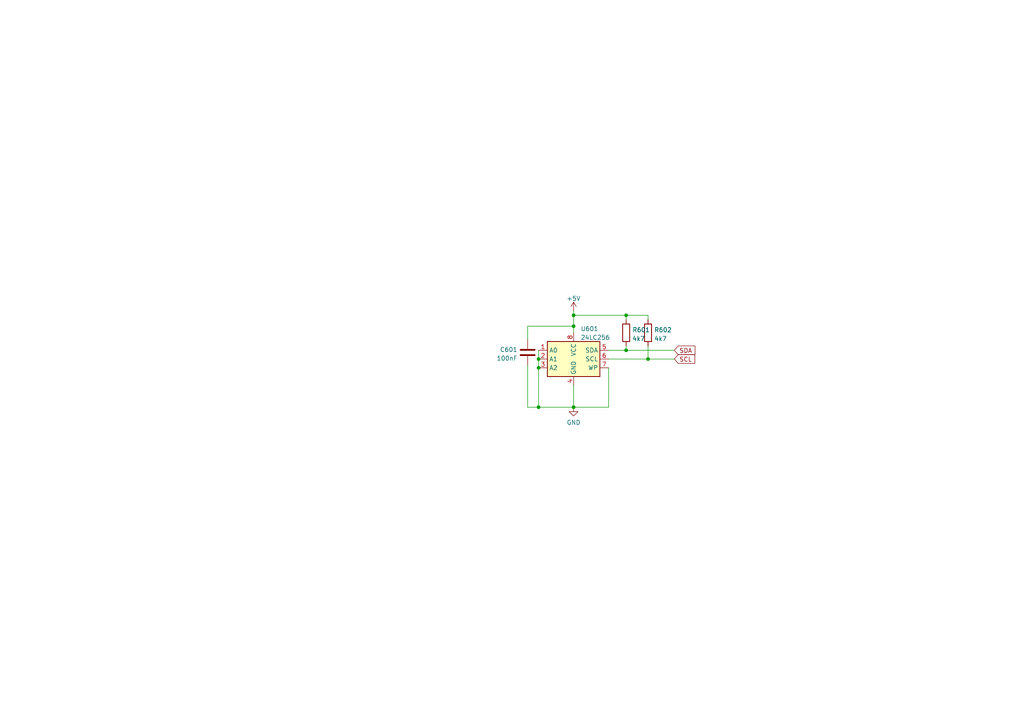
<source format=kicad_sch>
(kicad_sch (version 20211123) (generator eeschema)
  (paper "A4")
  (lib_symbols
    (symbol "Device:C" (pin_numbers hide) (pin_names (offset 0.254))
      (property "Reference" "C" (at 0.635 2.54 0))
      (property "Value" "C" (at 0.635 -2.54 0))
      (symbol "C_0_1"
        (polyline (pts (xy -2.032 -0.762) (xy 2.032 -0.762)) (stroke (width 0.508)))
        (polyline (pts (xy -2.032 0.762) (xy 2.032 0.762)) (stroke (width 0.508)))
      )
      (symbol "C_1_1"
        (pin passive line (at 0 3.81 270) (length 2.794) (name "~") (number "1"))
        (pin passive line (at 0 -3.81 90) (length 2.794) (name "~") (number "2"))
      )
    )
    (symbol "Device:R" (pin_numbers hide) (pin_names (offset 0))
      (property "Reference" "R" (at 2.032 0 90))
      (property "Value" "R" (at 0 0 90))
      (symbol "R_0_1"
        (rectangle (start -1.016 -2.54) (end 1.016 2.54) (stroke (width 0.254)))
      )
      (symbol "R_1_1"
        (pin passive line (at 0 3.81 270) (length 1.27) (name "~") (number "1"))
        (pin passive line (at 0 -3.81 90) (length 1.27) (name "~") (number "2"))
      )
    )
    (symbol "Memory_EEPROM:24LC256"
      (property "Reference" "U" (at -6.35 6.35 0))
      (property "Value" "24LC256" (at 1.27 6.35 0))
      (symbol "24LC256_1_1"
        (rectangle (start -7.62 5.08) (end 7.62 -5.08) (stroke (width 0.254)) (fill (type background)))
        (pin input line (at -10.16 2.54 0) (length 2.54) (name "A0") (number "1"))
        (pin input line (at -10.16 0 0) (length 2.54) (name "A1") (number "2"))
        (pin input line (at -10.16 -2.54 0) (length 2.54) (name "A2") (number "3"))
        (pin power_in line (at 0 -7.62 90) (length 2.54) (name "GND") (number "4"))
        (pin bidirectional line (at 10.16 2.54 180) (length 2.54) (name "SDA") (number "5"))
        (pin input line (at 10.16 0 180) (length 2.54) (name "SCL") (number "6"))
        (pin input line (at 10.16 -2.54 180) (length 2.54) (name "WP") (number "7"))
        (pin power_in line (at 0 7.62 270) (length 2.54) (name "VCC") (number "8"))
      )
    )
    (symbol "power:+5V" (power) (pin_names (offset 0))
      (property "Value" "+5V" (at 0 3.556 0))
      (symbol "+5V_0_1"
        (polyline (pts (xy -0.762 1.27) (xy 0 2.54)))
        (polyline (pts (xy 0 0) (xy 0 2.54)))
        (polyline (pts (xy 0 2.54) (xy 0.762 1.27)))
      )
      (symbol "+5V_1_1"
        (pin power_in line (at 0 0 90) (length 0) hide (name "+5V") (number "1"))
      )
    )
    (symbol "power:GND" (power) (pin_names (offset 0))
      (property "Value" "GND" (at 0 -3.81 0))
      (symbol "GND_0_1"
        (polyline (pts (xy 0 0) (xy 0 -1.27) (xy 1.27 -1.27) (xy 0 -2.54) (xy -1.27 -1.27) (xy 0 -1.27)))
      )
      (symbol "GND_1_1"
        (pin power_in line (at 0 0 270) (length 0) hide (name "GND") (number "1"))
      )
    )
  )
  (junction (at 166.37 94.615))
  (junction (at 156.21 106.68))
  (junction (at 156.21 104.14))
  (junction (at 181.61 101.6))
  (junction (at 181.61 91.44))
  (junction (at 166.37 118.11))
  (junction (at 166.37 91.44))
  (junction (at 156.21 118.11))
  (junction (at 187.96 104.14))
  (wire (pts (xy 153.035 98.425) (xy 153.035 94.615)))
  (wire (pts (xy 176.53 106.68) (xy 176.53 118.11)))
  (wire (pts (xy 166.37 90.17) (xy 166.37 91.44)))
  (wire (pts (xy 187.96 91.44) (xy 181.61 91.44)))
  (wire (pts (xy 176.53 101.6) (xy 181.61 101.6)))
  (wire (pts (xy 187.96 100.33) (xy 187.96 104.14)))
  (wire (pts (xy 181.61 91.44) (xy 181.61 92.71)))
  (wire (pts (xy 187.96 92.71) (xy 187.96 91.44)))
  (wire (pts (xy 156.21 104.14) (xy 156.21 106.68)))
  (wire (pts (xy 156.21 118.11) (xy 166.37 118.11)))
  (wire (pts (xy 176.53 104.14) (xy 187.96 104.14)))
  (wire (pts (xy 153.035 106.045) (xy 153.035 118.11)))
  (wire (pts (xy 166.37 111.76) (xy 166.37 118.11)))
  (wire (pts (xy 176.53 118.11) (xy 166.37 118.11)))
  (wire (pts (xy 166.37 94.615) (xy 166.37 96.52)))
  (wire (pts (xy 156.21 106.68) (xy 156.21 118.11)))
  (wire (pts (xy 156.21 101.6) (xy 156.21 104.14)))
  (wire (pts (xy 153.035 94.615) (xy 166.37 94.615)))
  (wire (pts (xy 153.035 118.11) (xy 156.21 118.11)))
  (wire (pts (xy 166.37 91.44) (xy 181.61 91.44)))
  (wire (pts (xy 187.96 104.14) (xy 195.58 104.14)))
  (wire (pts (xy 181.61 101.6) (xy 195.58 101.6)))
  (wire (pts (xy 181.61 100.33) (xy 181.61 101.6)))
  (wire (pts (xy 166.37 91.44) (xy 166.37 94.615)))
  (global_label "SDA" (shape input) (at 195.58 101.6 0) (property "Intersheet References" "${INTERSHEET_REFS}" (effects hide)))
  (global_label "SCL" (shape input) (at 195.58 104.14 0) (property "Intersheet References" "${INTERSHEET_REFS}" (effects hide)))
  (symbol (lib_id "Memory_EEPROM:24LC256") (at 166.37 104.14 0) (unit 1)
    (property "Reference" "U601" (at 168.3894 95.3602 0) (effects (justify left)))
    (property "Value" "24LC256" (at 168.3894 97.8971 0) (effects (justify left)))
    (property "Footprint" "Package_SO:SOIC-8_3.9x4.9mm_P1.27mm" (effects hide))
    (property "Datasheet" "http://ww1.microchip.com/downloads/en/devicedoc/21203m.pdf" (effects hide))
    (property "JLCPCB Part#" "C2987263" (effects hide))
  )
  (symbol (lib_id "power:GND") (at 166.37 118.11 0) (unit 1)
    (property "Reference" "#PWR0602" (effects hide))
    (property "Value" "GND" (at 166.37 122.5534 0))
  )
  (symbol (lib_id "Device:R") (at 181.61 96.52 0) (unit 1)
    (property "Reference" "R601" (at 183.388 95.6853 0) (effects (justify left)))
    (property "Value" "4k7" (at 183.388 98.2222 0) (effects (justify left)))
    (property "Footprint" "Resistor_SMD:R_0603_1608Metric" (effects hide))
    (property "JLCPCB Part#" "C23162" (effects hide))
  )
  (symbol (lib_id "Device:R") (at 187.96 96.52 0) (unit 1)
    (property "Reference" "R602" (at 189.738 95.6853 0) (effects (justify left)))
    (property "Value" "4k7" (at 189.738 98.2222 0) (effects (justify left)))
    (property "Footprint" "Resistor_SMD:R_0603_1608Metric" (effects hide))
    (property "JLCPCB Part#" "C23162" (effects hide))
  )
  (symbol (lib_id "Device:C") (at 153.035 102.235 0) (mirror x) (unit 1)
    (property "Reference" "C601" (at 150.114 101.4003 0) (effects (justify right)))
    (property "Value" "100nF" (at 150.114 103.9372 0) (effects (justify right)))
    (property "Footprint" "Capacitor_SMD:C_0603_1608Metric_Pad1.08x0.95mm_HandSolder" (effects hide))
    (property "JLCPCB Part#" "C14663" (effects hide))
  )
  (symbol (lib_id "power:+5V") (at 166.37 90.17 0) (unit 1)
    (property "Reference" "#PWR0601" (effects hide))
    (property "Value" "+5V" (at 166.37 86.5942 0))
  )
)
</source>
